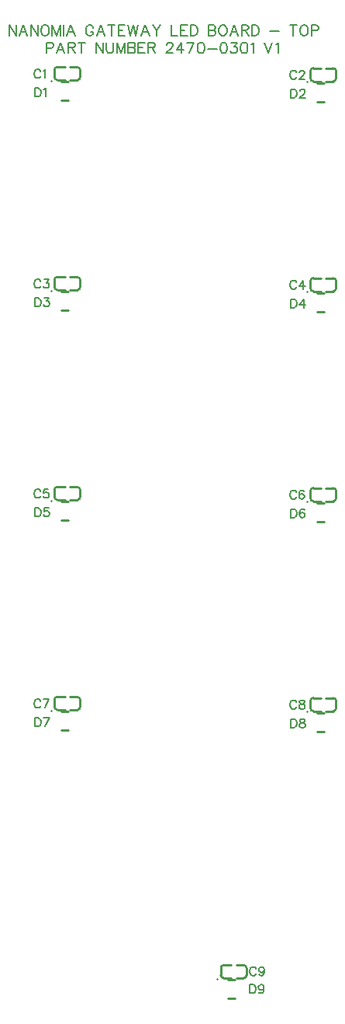
<source format=gto>
G04 Layer: TopSilkscreenLayer*
G04 EasyEDA v6.5.29, 2023-07-19 21:52:00*
G04 a52da41988e34a0299b0951248bc5a60,5a6b42c53f6a479593ecc07194224c93,10*
G04 Gerber Generator version 0.2*
G04 Scale: 100 percent, Rotated: No, Reflected: No *
G04 Dimensions in millimeters *
G04 leading zeros omitted , absolute positions ,4 integer and 5 decimal *
%FSLAX45Y45*%
%MOMM*%

%ADD10C,0.2032*%
%ADD11C,0.1524*%
%ADD12C,0.2540*%

%LPD*%
D10*
X342900Y11843258D02*
G01*
X342900Y11728704D01*
X342900Y11843258D02*
G01*
X419354Y11728704D01*
X419354Y11843258D02*
G01*
X419354Y11728704D01*
X498855Y11843258D02*
G01*
X455168Y11728704D01*
X498855Y11843258D02*
G01*
X542544Y11728704D01*
X471678Y11766804D02*
G01*
X526287Y11766804D01*
X578612Y11843258D02*
G01*
X578612Y11728704D01*
X578612Y11843258D02*
G01*
X654812Y11728704D01*
X654812Y11843258D02*
G01*
X654812Y11728704D01*
X723645Y11843258D02*
G01*
X712724Y11837670D01*
X701802Y11826747D01*
X696468Y11815826D01*
X690879Y11799570D01*
X690879Y11772392D01*
X696468Y11755881D01*
X701802Y11744960D01*
X712724Y11734037D01*
X723645Y11728704D01*
X745490Y11728704D01*
X756411Y11734037D01*
X767334Y11744960D01*
X772668Y11755881D01*
X778256Y11772392D01*
X778256Y11799570D01*
X772668Y11815826D01*
X767334Y11826747D01*
X756411Y11837670D01*
X745490Y11843258D01*
X723645Y11843258D01*
X814070Y11843258D02*
G01*
X814070Y11728704D01*
X814070Y11843258D02*
G01*
X857758Y11728704D01*
X901445Y11843258D02*
G01*
X857758Y11728704D01*
X901445Y11843258D02*
G01*
X901445Y11728704D01*
X937513Y11843258D02*
G01*
X937513Y11728704D01*
X1017015Y11843258D02*
G01*
X973327Y11728704D01*
X1017015Y11843258D02*
G01*
X1060704Y11728704D01*
X989838Y11766804D02*
G01*
X1044447Y11766804D01*
X1262634Y11815826D02*
G01*
X1257045Y11826747D01*
X1246124Y11837670D01*
X1235202Y11843258D01*
X1213358Y11843258D01*
X1202436Y11837670D01*
X1191513Y11826747D01*
X1186179Y11815826D01*
X1180591Y11799570D01*
X1180591Y11772392D01*
X1186179Y11755881D01*
X1191513Y11744960D01*
X1202436Y11734037D01*
X1213358Y11728704D01*
X1235202Y11728704D01*
X1246124Y11734037D01*
X1257045Y11744960D01*
X1262634Y11755881D01*
X1262634Y11772392D01*
X1235202Y11772392D02*
G01*
X1262634Y11772392D01*
X1342136Y11843258D02*
G01*
X1298447Y11728704D01*
X1342136Y11843258D02*
G01*
X1385824Y11728704D01*
X1314958Y11766804D02*
G01*
X1369568Y11766804D01*
X1459991Y11843258D02*
G01*
X1459991Y11728704D01*
X1421891Y11843258D02*
G01*
X1498091Y11843258D01*
X1534159Y11843258D02*
G01*
X1534159Y11728704D01*
X1534159Y11843258D02*
G01*
X1605025Y11843258D01*
X1534159Y11788647D02*
G01*
X1577847Y11788647D01*
X1534159Y11728704D02*
G01*
X1605025Y11728704D01*
X1641093Y11843258D02*
G01*
X1668272Y11728704D01*
X1695704Y11843258D02*
G01*
X1668272Y11728704D01*
X1695704Y11843258D02*
G01*
X1722881Y11728704D01*
X1750059Y11843258D02*
G01*
X1722881Y11728704D01*
X1829815Y11843258D02*
G01*
X1786127Y11728704D01*
X1829815Y11843258D02*
G01*
X1873504Y11728704D01*
X1802638Y11766804D02*
G01*
X1856993Y11766804D01*
X1909318Y11843258D02*
G01*
X1953006Y11788647D01*
X1953006Y11728704D01*
X1996693Y11843258D02*
G01*
X1953006Y11788647D01*
X2116836Y11843258D02*
G01*
X2116836Y11728704D01*
X2116836Y11728704D02*
G01*
X2182113Y11728704D01*
X2218181Y11843258D02*
G01*
X2218181Y11728704D01*
X2218181Y11843258D02*
G01*
X2289047Y11843258D01*
X2218181Y11788647D02*
G01*
X2261870Y11788647D01*
X2218181Y11728704D02*
G01*
X2289047Y11728704D01*
X2325115Y11843258D02*
G01*
X2325115Y11728704D01*
X2325115Y11843258D02*
G01*
X2363215Y11843258D01*
X2379725Y11837670D01*
X2390647Y11826747D01*
X2395981Y11815826D01*
X2401315Y11799570D01*
X2401315Y11772392D01*
X2395981Y11755881D01*
X2390647Y11744960D01*
X2379725Y11734037D01*
X2363215Y11728704D01*
X2325115Y11728704D01*
X2521458Y11843258D02*
G01*
X2521458Y11728704D01*
X2521458Y11843258D02*
G01*
X2570479Y11843258D01*
X2586990Y11837670D01*
X2592324Y11832336D01*
X2597911Y11821413D01*
X2597911Y11810492D01*
X2592324Y11799570D01*
X2586990Y11793981D01*
X2570479Y11788647D01*
X2521458Y11788647D02*
G01*
X2570479Y11788647D01*
X2586990Y11783313D01*
X2592324Y11777726D01*
X2597911Y11766804D01*
X2597911Y11750547D01*
X2592324Y11739626D01*
X2586990Y11734037D01*
X2570479Y11728704D01*
X2521458Y11728704D01*
X2666491Y11843258D02*
G01*
X2655570Y11837670D01*
X2644647Y11826747D01*
X2639313Y11815826D01*
X2633725Y11799570D01*
X2633725Y11772392D01*
X2639313Y11755881D01*
X2644647Y11744960D01*
X2655570Y11734037D01*
X2666491Y11728704D01*
X2688336Y11728704D01*
X2699258Y11734037D01*
X2710179Y11744960D01*
X2715513Y11755881D01*
X2721102Y11772392D01*
X2721102Y11799570D01*
X2715513Y11815826D01*
X2710179Y11826747D01*
X2699258Y11837670D01*
X2688336Y11843258D01*
X2666491Y11843258D01*
X2800604Y11843258D02*
G01*
X2757170Y11728704D01*
X2800604Y11843258D02*
G01*
X2844291Y11728704D01*
X2773425Y11766804D02*
G01*
X2828036Y11766804D01*
X2880359Y11843258D02*
G01*
X2880359Y11728704D01*
X2880359Y11843258D02*
G01*
X2929381Y11843258D01*
X2945891Y11837670D01*
X2951225Y11832336D01*
X2956813Y11821413D01*
X2956813Y11810492D01*
X2951225Y11799570D01*
X2945891Y11793981D01*
X2929381Y11788647D01*
X2880359Y11788647D01*
X2918459Y11788647D02*
G01*
X2956813Y11728704D01*
X2992627Y11843258D02*
G01*
X2992627Y11728704D01*
X2992627Y11843258D02*
G01*
X3030981Y11843258D01*
X3047238Y11837670D01*
X3058159Y11826747D01*
X3063747Y11815826D01*
X3069081Y11799570D01*
X3069081Y11772392D01*
X3063747Y11755881D01*
X3058159Y11744960D01*
X3047238Y11734037D01*
X3030981Y11728704D01*
X2992627Y11728704D01*
X3188970Y11777726D02*
G01*
X3287268Y11777726D01*
X3445509Y11843258D02*
G01*
X3445509Y11728704D01*
X3407156Y11843258D02*
G01*
X3483609Y11843258D01*
X3552443Y11843258D02*
G01*
X3541522Y11837670D01*
X3530600Y11826747D01*
X3525011Y11815826D01*
X3519677Y11799570D01*
X3519677Y11772392D01*
X3525011Y11755881D01*
X3530600Y11744960D01*
X3541522Y11734037D01*
X3552443Y11728704D01*
X3574288Y11728704D01*
X3584956Y11734037D01*
X3595877Y11744960D01*
X3601465Y11755881D01*
X3606800Y11772392D01*
X3606800Y11799570D01*
X3601465Y11815826D01*
X3595877Y11826747D01*
X3584956Y11837670D01*
X3574288Y11843258D01*
X3552443Y11843258D01*
X3642868Y11843258D02*
G01*
X3642868Y11728704D01*
X3642868Y11843258D02*
G01*
X3691890Y11843258D01*
X3708400Y11837670D01*
X3713734Y11832336D01*
X3719322Y11821413D01*
X3719322Y11804904D01*
X3713734Y11793981D01*
X3708400Y11788647D01*
X3691890Y11783313D01*
X3642868Y11783313D01*
X749300Y11652758D02*
G01*
X749300Y11538204D01*
X749300Y11652758D02*
G01*
X798322Y11652758D01*
X814831Y11647170D01*
X820165Y11641836D01*
X825754Y11630913D01*
X825754Y11614404D01*
X820165Y11603481D01*
X814831Y11598147D01*
X798322Y11592813D01*
X749300Y11592813D01*
X905256Y11652758D02*
G01*
X861568Y11538204D01*
X905256Y11652758D02*
G01*
X948943Y11538204D01*
X878077Y11576304D02*
G01*
X932688Y11576304D01*
X985011Y11652758D02*
G01*
X985011Y11538204D01*
X985011Y11652758D02*
G01*
X1034034Y11652758D01*
X1050290Y11647170D01*
X1055877Y11641836D01*
X1061211Y11630913D01*
X1061211Y11619992D01*
X1055877Y11609070D01*
X1050290Y11603481D01*
X1034034Y11598147D01*
X985011Y11598147D01*
X1023111Y11598147D02*
G01*
X1061211Y11538204D01*
X1135379Y11652758D02*
G01*
X1135379Y11538204D01*
X1097279Y11652758D02*
G01*
X1173734Y11652758D01*
X1293622Y11652758D02*
G01*
X1293622Y11538204D01*
X1293622Y11652758D02*
G01*
X1370075Y11538204D01*
X1370075Y11652758D02*
G01*
X1370075Y11538204D01*
X1406143Y11652758D02*
G01*
X1406143Y11570970D01*
X1411477Y11554460D01*
X1422400Y11543537D01*
X1438656Y11538204D01*
X1449577Y11538204D01*
X1466088Y11543537D01*
X1477009Y11554460D01*
X1482343Y11570970D01*
X1482343Y11652758D01*
X1518411Y11652758D02*
G01*
X1518411Y11538204D01*
X1518411Y11652758D02*
G01*
X1562100Y11538204D01*
X1605788Y11652758D02*
G01*
X1562100Y11538204D01*
X1605788Y11652758D02*
G01*
X1605788Y11538204D01*
X1641602Y11652758D02*
G01*
X1641602Y11538204D01*
X1641602Y11652758D02*
G01*
X1690877Y11652758D01*
X1707134Y11647170D01*
X1712468Y11641836D01*
X1718056Y11630913D01*
X1718056Y11619992D01*
X1712468Y11609070D01*
X1707134Y11603481D01*
X1690877Y11598147D01*
X1641602Y11598147D02*
G01*
X1690877Y11598147D01*
X1707134Y11592813D01*
X1712468Y11587226D01*
X1718056Y11576304D01*
X1718056Y11560047D01*
X1712468Y11549126D01*
X1707134Y11543537D01*
X1690877Y11538204D01*
X1641602Y11538204D01*
X1754124Y11652758D02*
G01*
X1754124Y11538204D01*
X1754124Y11652758D02*
G01*
X1824990Y11652758D01*
X1754124Y11598147D02*
G01*
X1797558Y11598147D01*
X1754124Y11538204D02*
G01*
X1824990Y11538204D01*
X1861058Y11652758D02*
G01*
X1861058Y11538204D01*
X1861058Y11652758D02*
G01*
X1910079Y11652758D01*
X1926336Y11647170D01*
X1931924Y11641836D01*
X1937258Y11630913D01*
X1937258Y11619992D01*
X1931924Y11609070D01*
X1926336Y11603481D01*
X1910079Y11598147D01*
X1861058Y11598147D01*
X1899158Y11598147D02*
G01*
X1937258Y11538204D01*
X2062734Y11625326D02*
G01*
X2062734Y11630913D01*
X2068322Y11641836D01*
X2073656Y11647170D01*
X2084577Y11652758D01*
X2106422Y11652758D01*
X2117343Y11647170D01*
X2122677Y11641836D01*
X2128265Y11630913D01*
X2128265Y11619992D01*
X2122677Y11609070D01*
X2111756Y11592813D01*
X2057400Y11538204D01*
X2133600Y11538204D01*
X2224277Y11652758D02*
G01*
X2169668Y11576304D01*
X2251456Y11576304D01*
X2224277Y11652758D02*
G01*
X2224277Y11538204D01*
X2363724Y11652758D02*
G01*
X2309368Y11538204D01*
X2287524Y11652758D02*
G01*
X2363724Y11652758D01*
X2432558Y11652758D02*
G01*
X2416302Y11647170D01*
X2405379Y11630913D01*
X2399791Y11603481D01*
X2399791Y11587226D01*
X2405379Y11560047D01*
X2416302Y11543537D01*
X2432558Y11538204D01*
X2443479Y11538204D01*
X2459736Y11543537D01*
X2470658Y11560047D01*
X2476245Y11587226D01*
X2476245Y11603481D01*
X2470658Y11630913D01*
X2459736Y11647170D01*
X2443479Y11652758D01*
X2432558Y11652758D01*
X2512313Y11587226D02*
G01*
X2610358Y11587226D01*
X2679191Y11652758D02*
G01*
X2662681Y11647170D01*
X2651759Y11630913D01*
X2646425Y11603481D01*
X2646425Y11587226D01*
X2651759Y11560047D01*
X2662681Y11543537D01*
X2679191Y11538204D01*
X2690113Y11538204D01*
X2706370Y11543537D01*
X2717291Y11560047D01*
X2722625Y11587226D01*
X2722625Y11603481D01*
X2717291Y11630913D01*
X2706370Y11647170D01*
X2690113Y11652758D01*
X2679191Y11652758D01*
X2769615Y11652758D02*
G01*
X2829559Y11652758D01*
X2797047Y11609070D01*
X2813304Y11609070D01*
X2824225Y11603481D01*
X2829559Y11598147D01*
X2835147Y11581892D01*
X2835147Y11570970D01*
X2829559Y11554460D01*
X2818638Y11543537D01*
X2802381Y11538204D01*
X2786125Y11538204D01*
X2769615Y11543537D01*
X2764281Y11549126D01*
X2758693Y11560047D01*
X2903727Y11652758D02*
G01*
X2887472Y11647170D01*
X2876550Y11630913D01*
X2871215Y11603481D01*
X2871215Y11587226D01*
X2876550Y11560047D01*
X2887472Y11543537D01*
X2903727Y11538204D01*
X2914650Y11538204D01*
X2931159Y11543537D01*
X2942081Y11560047D01*
X2947415Y11587226D01*
X2947415Y11603481D01*
X2942081Y11630913D01*
X2931159Y11647170D01*
X2914650Y11652758D01*
X2903727Y11652758D01*
X2983484Y11630913D02*
G01*
X2994406Y11636247D01*
X3010661Y11652758D01*
X3010661Y11538204D01*
X3130804Y11652758D02*
G01*
X3174491Y11538204D01*
X3217925Y11652758D02*
G01*
X3174491Y11538204D01*
X3253993Y11630913D02*
G01*
X3264915Y11636247D01*
X3281172Y11652758D01*
X3281172Y11538204D01*
D11*
X3040024Y1564081D02*
G01*
X3035452Y1573225D01*
X3026308Y1582369D01*
X3017164Y1586687D01*
X2999130Y1586687D01*
X2989986Y1582369D01*
X2980842Y1573225D01*
X2976270Y1564081D01*
X2971698Y1550365D01*
X2971698Y1527759D01*
X2976270Y1514043D01*
X2980842Y1504899D01*
X2989986Y1496009D01*
X2999130Y1491437D01*
X3017164Y1491437D01*
X3026308Y1496009D01*
X3035452Y1504899D01*
X3040024Y1514043D01*
X3129178Y1554937D02*
G01*
X3124606Y1541475D01*
X3115462Y1532331D01*
X3101746Y1527759D01*
X3097174Y1527759D01*
X3083712Y1532331D01*
X3074568Y1541475D01*
X3069996Y1554937D01*
X3069996Y1559509D01*
X3074568Y1573225D01*
X3083712Y1582369D01*
X3097174Y1586687D01*
X3101746Y1586687D01*
X3115462Y1582369D01*
X3124606Y1573225D01*
X3129178Y1554937D01*
X3129178Y1532331D01*
X3124606Y1509471D01*
X3115462Y1496009D01*
X3101746Y1491437D01*
X3092602Y1491437D01*
X3079140Y1496009D01*
X3074568Y1504899D01*
X2971723Y1396390D02*
G01*
X2971723Y1300886D01*
X2971723Y1396390D02*
G01*
X3003727Y1396390D01*
X3017189Y1391818D01*
X3026333Y1382674D01*
X3030905Y1373530D01*
X3035477Y1360068D01*
X3035477Y1337208D01*
X3030905Y1323492D01*
X3026333Y1314602D01*
X3017189Y1305458D01*
X3003727Y1300886D01*
X2971723Y1300886D01*
X3124631Y1364386D02*
G01*
X3120059Y1350924D01*
X3110915Y1341780D01*
X3097199Y1337208D01*
X3092627Y1337208D01*
X3079165Y1341780D01*
X3070021Y1350924D01*
X3065449Y1364386D01*
X3065449Y1368958D01*
X3070021Y1382674D01*
X3079165Y1391818D01*
X3092627Y1396390D01*
X3097199Y1396390D01*
X3110915Y1391818D01*
X3120059Y1382674D01*
X3124631Y1364386D01*
X3124631Y1341780D01*
X3120059Y1318920D01*
X3110915Y1305458D01*
X3097199Y1300886D01*
X3088055Y1300886D01*
X3074593Y1305458D01*
X3070021Y1314602D01*
X3479291Y11326113D02*
G01*
X3474720Y11335258D01*
X3465575Y11344402D01*
X3456431Y11348720D01*
X3438397Y11348720D01*
X3429254Y11344402D01*
X3420109Y11335258D01*
X3415538Y11326113D01*
X3410965Y11312397D01*
X3410965Y11289792D01*
X3415538Y11276076D01*
X3420109Y11266931D01*
X3429254Y11258042D01*
X3438397Y11253470D01*
X3456431Y11253470D01*
X3465575Y11258042D01*
X3474720Y11266931D01*
X3479291Y11276076D01*
X3513836Y11326113D02*
G01*
X3513836Y11330686D01*
X3518408Y11339829D01*
X3522979Y11344402D01*
X3531870Y11348720D01*
X3550158Y11348720D01*
X3559302Y11344402D01*
X3563874Y11339829D01*
X3568445Y11330686D01*
X3568445Y11321542D01*
X3563874Y11312397D01*
X3554729Y11298936D01*
X3509263Y11253470D01*
X3572763Y11253470D01*
X3418840Y11145774D02*
G01*
X3418840Y11050270D01*
X3418840Y11145774D02*
G01*
X3450843Y11145774D01*
X3464306Y11141202D01*
X3473450Y11132058D01*
X3478022Y11122913D01*
X3482593Y11109452D01*
X3482593Y11086592D01*
X3478022Y11072876D01*
X3473450Y11063986D01*
X3464306Y11054842D01*
X3450843Y11050270D01*
X3418840Y11050270D01*
X3517138Y11122913D02*
G01*
X3517138Y11127486D01*
X3521709Y11136629D01*
X3526281Y11141202D01*
X3535172Y11145774D01*
X3553459Y11145774D01*
X3562604Y11141202D01*
X3567175Y11136629D01*
X3571747Y11127486D01*
X3571747Y11118342D01*
X3567175Y11109452D01*
X3558031Y11095736D01*
X3512565Y11050270D01*
X3576065Y11050270D01*
X624839Y11158474D02*
G01*
X624839Y11062970D01*
X624839Y11158474D02*
G01*
X656844Y11158474D01*
X670306Y11153902D01*
X679450Y11144758D01*
X684022Y11135613D01*
X688593Y11122152D01*
X688593Y11099292D01*
X684022Y11085576D01*
X679450Y11076686D01*
X670306Y11067542D01*
X656844Y11062970D01*
X624839Y11062970D01*
X718565Y11140186D02*
G01*
X727709Y11144758D01*
X741172Y11158474D01*
X741172Y11062970D01*
X685291Y11338813D02*
G01*
X680720Y11347958D01*
X671575Y11357102D01*
X662431Y11361420D01*
X644397Y11361420D01*
X635254Y11357102D01*
X626110Y11347958D01*
X621537Y11338813D01*
X616965Y11325097D01*
X616965Y11302492D01*
X621537Y11288776D01*
X626110Y11279631D01*
X635254Y11270742D01*
X644397Y11266170D01*
X662431Y11266170D01*
X671575Y11270742D01*
X680720Y11279631D01*
X685291Y11288776D01*
X715263Y11343386D02*
G01*
X724408Y11347958D01*
X737870Y11361420D01*
X737870Y11266170D01*
X624839Y8872448D02*
G01*
X624839Y8776944D01*
X624839Y8872448D02*
G01*
X656844Y8872448D01*
X670306Y8867876D01*
X679450Y8858732D01*
X684022Y8849588D01*
X688593Y8836126D01*
X688593Y8813266D01*
X684022Y8799550D01*
X679450Y8790660D01*
X670306Y8781516D01*
X656844Y8776944D01*
X624839Y8776944D01*
X727709Y8872448D02*
G01*
X777747Y8872448D01*
X750315Y8836126D01*
X764031Y8836126D01*
X773175Y8831554D01*
X777747Y8826982D01*
X782065Y8813266D01*
X782065Y8804122D01*
X777747Y8790660D01*
X768604Y8781516D01*
X754888Y8776944D01*
X741172Y8776944D01*
X727709Y8781516D01*
X723138Y8786088D01*
X718565Y8795232D01*
X685291Y9052788D02*
G01*
X680720Y9061932D01*
X671575Y9071076D01*
X662431Y9075648D01*
X644397Y9075648D01*
X635254Y9071076D01*
X626110Y9061932D01*
X621537Y9052788D01*
X616965Y9039072D01*
X616965Y9016466D01*
X621537Y9002750D01*
X626110Y8993606D01*
X635254Y8984716D01*
X644397Y8980144D01*
X662431Y8980144D01*
X671575Y8984716D01*
X680720Y8993606D01*
X685291Y9002750D01*
X724408Y9075648D02*
G01*
X774445Y9075648D01*
X747013Y9039072D01*
X760729Y9039072D01*
X769874Y9034754D01*
X774445Y9030182D01*
X778763Y9016466D01*
X778763Y9007322D01*
X774445Y8993606D01*
X765302Y8984716D01*
X751586Y8980144D01*
X737870Y8980144D01*
X724408Y8984716D01*
X719836Y8989288D01*
X715263Y8998178D01*
X3418840Y8859748D02*
G01*
X3418840Y8764244D01*
X3418840Y8859748D02*
G01*
X3450843Y8859748D01*
X3464306Y8855176D01*
X3473450Y8846032D01*
X3478022Y8836888D01*
X3482593Y8823426D01*
X3482593Y8800566D01*
X3478022Y8786850D01*
X3473450Y8777960D01*
X3464306Y8768816D01*
X3450843Y8764244D01*
X3418840Y8764244D01*
X3558031Y8859748D02*
G01*
X3512565Y8795994D01*
X3580638Y8795994D01*
X3558031Y8859748D02*
G01*
X3558031Y8764244D01*
X3479291Y9040088D02*
G01*
X3474720Y9049232D01*
X3465575Y9058376D01*
X3456431Y9062948D01*
X3438397Y9062948D01*
X3429254Y9058376D01*
X3420109Y9049232D01*
X3415538Y9040088D01*
X3410965Y9026372D01*
X3410965Y9003766D01*
X3415538Y8990050D01*
X3420109Y8980906D01*
X3429254Y8972016D01*
X3438397Y8967444D01*
X3456431Y8967444D01*
X3465575Y8972016D01*
X3474720Y8980906D01*
X3479291Y8990050D01*
X3554729Y9062948D02*
G01*
X3509263Y8999194D01*
X3577336Y8999194D01*
X3554729Y9062948D02*
G01*
X3554729Y8967444D01*
X624839Y6586448D02*
G01*
X624839Y6490944D01*
X624839Y6586448D02*
G01*
X656844Y6586448D01*
X670306Y6581876D01*
X679450Y6572732D01*
X684022Y6563588D01*
X688593Y6550126D01*
X688593Y6527266D01*
X684022Y6513550D01*
X679450Y6504660D01*
X670306Y6495516D01*
X656844Y6490944D01*
X624839Y6490944D01*
X773175Y6586448D02*
G01*
X727709Y6586448D01*
X723138Y6545554D01*
X727709Y6550126D01*
X741172Y6554698D01*
X754888Y6554698D01*
X768604Y6550126D01*
X777747Y6540982D01*
X782065Y6527266D01*
X782065Y6518122D01*
X777747Y6504660D01*
X768604Y6495516D01*
X754888Y6490944D01*
X741172Y6490944D01*
X727709Y6495516D01*
X723138Y6500088D01*
X718565Y6509232D01*
X685291Y6766788D02*
G01*
X680720Y6775932D01*
X671575Y6785076D01*
X662431Y6789648D01*
X644397Y6789648D01*
X635254Y6785076D01*
X626110Y6775932D01*
X621537Y6766788D01*
X616965Y6753072D01*
X616965Y6730466D01*
X621537Y6716750D01*
X626110Y6707606D01*
X635254Y6698716D01*
X644397Y6694144D01*
X662431Y6694144D01*
X671575Y6698716D01*
X680720Y6707606D01*
X685291Y6716750D01*
X769874Y6789648D02*
G01*
X724408Y6789648D01*
X719836Y6748754D01*
X724408Y6753072D01*
X737870Y6757644D01*
X751586Y6757644D01*
X765302Y6753072D01*
X774445Y6744182D01*
X778763Y6730466D01*
X778763Y6721322D01*
X774445Y6707606D01*
X765302Y6698716D01*
X751586Y6694144D01*
X737870Y6694144D01*
X724408Y6698716D01*
X719836Y6703288D01*
X715263Y6712178D01*
X3418840Y6573748D02*
G01*
X3418840Y6478244D01*
X3418840Y6573748D02*
G01*
X3450843Y6573748D01*
X3464306Y6569176D01*
X3473450Y6560032D01*
X3478022Y6550888D01*
X3482593Y6537426D01*
X3482593Y6514566D01*
X3478022Y6500850D01*
X3473450Y6491960D01*
X3464306Y6482816D01*
X3450843Y6478244D01*
X3418840Y6478244D01*
X3567175Y6560032D02*
G01*
X3562604Y6569176D01*
X3548888Y6573748D01*
X3539743Y6573748D01*
X3526281Y6569176D01*
X3517138Y6555460D01*
X3512565Y6532854D01*
X3512565Y6509994D01*
X3517138Y6491960D01*
X3526281Y6482816D01*
X3539743Y6478244D01*
X3544315Y6478244D01*
X3558031Y6482816D01*
X3567175Y6491960D01*
X3571747Y6505422D01*
X3571747Y6509994D01*
X3567175Y6523710D01*
X3558031Y6532854D01*
X3544315Y6537426D01*
X3539743Y6537426D01*
X3526281Y6532854D01*
X3517138Y6523710D01*
X3512565Y6509994D01*
X3479291Y6754088D02*
G01*
X3474720Y6763232D01*
X3465575Y6772376D01*
X3456431Y6776948D01*
X3438397Y6776948D01*
X3429254Y6772376D01*
X3420109Y6763232D01*
X3415538Y6754088D01*
X3410965Y6740372D01*
X3410965Y6717766D01*
X3415538Y6704050D01*
X3420109Y6694906D01*
X3429254Y6686016D01*
X3438397Y6681444D01*
X3456431Y6681444D01*
X3465575Y6686016D01*
X3474720Y6694906D01*
X3479291Y6704050D01*
X3563874Y6763232D02*
G01*
X3559302Y6772376D01*
X3545586Y6776948D01*
X3536441Y6776948D01*
X3522979Y6772376D01*
X3513836Y6758660D01*
X3509263Y6736054D01*
X3509263Y6713194D01*
X3513836Y6694906D01*
X3522979Y6686016D01*
X3536441Y6681444D01*
X3541013Y6681444D01*
X3554729Y6686016D01*
X3563874Y6694906D01*
X3568445Y6708622D01*
X3568445Y6713194D01*
X3563874Y6726910D01*
X3554729Y6736054D01*
X3541013Y6740372D01*
X3536441Y6740372D01*
X3522979Y6736054D01*
X3513836Y6726910D01*
X3509263Y6713194D01*
X624839Y4300448D02*
G01*
X624839Y4204944D01*
X624839Y4300448D02*
G01*
X656844Y4300448D01*
X670306Y4295876D01*
X679450Y4286732D01*
X684022Y4277588D01*
X688593Y4264126D01*
X688593Y4241266D01*
X684022Y4227550D01*
X679450Y4218660D01*
X670306Y4209516D01*
X656844Y4204944D01*
X624839Y4204944D01*
X782065Y4300448D02*
G01*
X736854Y4204944D01*
X718565Y4300448D02*
G01*
X782065Y4300448D01*
X685291Y4480788D02*
G01*
X680720Y4489932D01*
X671575Y4499076D01*
X662431Y4503648D01*
X644397Y4503648D01*
X635254Y4499076D01*
X626110Y4489932D01*
X621537Y4480788D01*
X616965Y4467072D01*
X616965Y4444466D01*
X621537Y4430750D01*
X626110Y4421606D01*
X635254Y4412716D01*
X644397Y4408144D01*
X662431Y4408144D01*
X671575Y4412716D01*
X680720Y4421606D01*
X685291Y4430750D01*
X778763Y4503648D02*
G01*
X733552Y4408144D01*
X715263Y4503648D02*
G01*
X778763Y4503648D01*
X3418840Y4287748D02*
G01*
X3418840Y4192244D01*
X3418840Y4287748D02*
G01*
X3450843Y4287748D01*
X3464306Y4283176D01*
X3473450Y4274032D01*
X3478022Y4264888D01*
X3482593Y4251426D01*
X3482593Y4228566D01*
X3478022Y4214850D01*
X3473450Y4205960D01*
X3464306Y4196816D01*
X3450843Y4192244D01*
X3418840Y4192244D01*
X3535172Y4287748D02*
G01*
X3521709Y4283176D01*
X3517138Y4274032D01*
X3517138Y4264888D01*
X3521709Y4255998D01*
X3530854Y4251426D01*
X3548888Y4246854D01*
X3562604Y4242282D01*
X3571747Y4233138D01*
X3576065Y4223994D01*
X3576065Y4210532D01*
X3571747Y4201388D01*
X3567175Y4196816D01*
X3553459Y4192244D01*
X3535172Y4192244D01*
X3521709Y4196816D01*
X3517138Y4201388D01*
X3512565Y4210532D01*
X3512565Y4223994D01*
X3517138Y4233138D01*
X3526281Y4242282D01*
X3539743Y4246854D01*
X3558031Y4251426D01*
X3567175Y4255998D01*
X3571747Y4264888D01*
X3571747Y4274032D01*
X3567175Y4283176D01*
X3553459Y4287748D01*
X3535172Y4287748D01*
X3479291Y4468088D02*
G01*
X3474720Y4477232D01*
X3465575Y4486376D01*
X3456431Y4490948D01*
X3438397Y4490948D01*
X3429254Y4486376D01*
X3420109Y4477232D01*
X3415538Y4468088D01*
X3410965Y4454372D01*
X3410965Y4431766D01*
X3415538Y4418050D01*
X3420109Y4408906D01*
X3429254Y4400016D01*
X3438397Y4395444D01*
X3456431Y4395444D01*
X3465575Y4400016D01*
X3474720Y4408906D01*
X3479291Y4418050D01*
X3531870Y4490948D02*
G01*
X3518408Y4486376D01*
X3513836Y4477232D01*
X3513836Y4468088D01*
X3518408Y4458944D01*
X3527552Y4454372D01*
X3545586Y4450054D01*
X3559302Y4445482D01*
X3568445Y4436338D01*
X3572763Y4427194D01*
X3572763Y4413478D01*
X3568445Y4404588D01*
X3563874Y4400016D01*
X3550158Y4395444D01*
X3531870Y4395444D01*
X3518408Y4400016D01*
X3513836Y4404588D01*
X3509263Y4413478D01*
X3509263Y4427194D01*
X3513836Y4436338D01*
X3522979Y4445482D01*
X3536441Y4450054D01*
X3554729Y4454372D01*
X3563874Y4458944D01*
X3568445Y4468088D01*
X3568445Y4477232D01*
X3563874Y4486376D01*
X3550158Y4490948D01*
X3531870Y4490948D01*
D12*
X2654998Y1496722D02*
G01*
X2654998Y1576725D01*
X2765973Y1465737D02*
G01*
X2685976Y1465737D01*
X2765973Y1607703D02*
G01*
X2685976Y1607703D01*
X2823563Y1465155D02*
G01*
X2903562Y1465155D01*
X2934545Y1496138D02*
G01*
X2934545Y1576136D01*
X2823563Y1607116D02*
G01*
X2903562Y1607116D01*
X2616194Y1460507D02*
G01*
X2616194Y1459323D01*
X2732051Y1244607D02*
G01*
X2805145Y1244607D01*
X2732051Y1447807D02*
G01*
X2805140Y1447807D01*
X3632898Y11263022D02*
G01*
X3632898Y11343025D01*
X3743873Y11232037D02*
G01*
X3663876Y11232037D01*
X3743873Y11374003D02*
G01*
X3663876Y11374003D01*
X3801463Y11231455D02*
G01*
X3881462Y11231455D01*
X3912445Y11262438D02*
G01*
X3912445Y11342436D01*
X3801463Y11373416D02*
G01*
X3881462Y11373416D01*
X3594094Y11226807D02*
G01*
X3594094Y11225623D01*
X3709951Y11010907D02*
G01*
X3783045Y11010907D01*
X3709951Y11214107D02*
G01*
X3783040Y11214107D01*
X800094Y11239507D02*
G01*
X800094Y11238323D01*
X915951Y11023607D02*
G01*
X989045Y11023607D01*
X915951Y11226807D02*
G01*
X989040Y11226807D01*
X838898Y11275722D02*
G01*
X838898Y11355725D01*
X949873Y11244737D02*
G01*
X869876Y11244737D01*
X949873Y11386703D02*
G01*
X869876Y11386703D01*
X1007463Y11244155D02*
G01*
X1087462Y11244155D01*
X1118445Y11275138D02*
G01*
X1118445Y11355136D01*
X1007463Y11386116D02*
G01*
X1087462Y11386116D01*
X800094Y8953507D02*
G01*
X800094Y8952323D01*
X915951Y8737607D02*
G01*
X989045Y8737607D01*
X915951Y8940807D02*
G01*
X989040Y8940807D01*
X838898Y8989722D02*
G01*
X838898Y9069725D01*
X949873Y8958737D02*
G01*
X869876Y8958737D01*
X949873Y9100703D02*
G01*
X869876Y9100703D01*
X1007463Y8958155D02*
G01*
X1087462Y8958155D01*
X1118445Y8989138D02*
G01*
X1118445Y9069136D01*
X1007463Y9100116D02*
G01*
X1087462Y9100116D01*
X3594094Y8940807D02*
G01*
X3594094Y8939623D01*
X3709951Y8724907D02*
G01*
X3783045Y8724907D01*
X3709951Y8928107D02*
G01*
X3783040Y8928107D01*
X3632898Y8977022D02*
G01*
X3632898Y9057025D01*
X3743873Y8946037D02*
G01*
X3663876Y8946037D01*
X3743873Y9088003D02*
G01*
X3663876Y9088003D01*
X3801463Y8945455D02*
G01*
X3881462Y8945455D01*
X3912445Y8976438D02*
G01*
X3912445Y9056436D01*
X3801463Y9087416D02*
G01*
X3881462Y9087416D01*
X800094Y6667507D02*
G01*
X800094Y6666323D01*
X915951Y6451607D02*
G01*
X989045Y6451607D01*
X915951Y6654807D02*
G01*
X989040Y6654807D01*
X838898Y6703722D02*
G01*
X838898Y6783725D01*
X949873Y6672737D02*
G01*
X869876Y6672737D01*
X949873Y6814703D02*
G01*
X869876Y6814703D01*
X1007463Y6672155D02*
G01*
X1087462Y6672155D01*
X1118445Y6703138D02*
G01*
X1118445Y6783136D01*
X1007463Y6814116D02*
G01*
X1087462Y6814116D01*
X3594094Y6654807D02*
G01*
X3594094Y6653623D01*
X3709951Y6438907D02*
G01*
X3783045Y6438907D01*
X3709951Y6642107D02*
G01*
X3783040Y6642107D01*
X3632898Y6691022D02*
G01*
X3632898Y6771025D01*
X3743873Y6660037D02*
G01*
X3663876Y6660037D01*
X3743873Y6802003D02*
G01*
X3663876Y6802003D01*
X3801463Y6659455D02*
G01*
X3881462Y6659455D01*
X3912445Y6690438D02*
G01*
X3912445Y6770436D01*
X3801463Y6801416D02*
G01*
X3881462Y6801416D01*
X800094Y4381507D02*
G01*
X800094Y4380323D01*
X915951Y4165607D02*
G01*
X989045Y4165607D01*
X915951Y4368807D02*
G01*
X989040Y4368807D01*
X838898Y4417722D02*
G01*
X838898Y4497725D01*
X949873Y4386737D02*
G01*
X869876Y4386737D01*
X949873Y4528703D02*
G01*
X869876Y4528703D01*
X1007463Y4386155D02*
G01*
X1087462Y4386155D01*
X1118445Y4417138D02*
G01*
X1118445Y4497136D01*
X1007463Y4528116D02*
G01*
X1087462Y4528116D01*
X3594094Y4368807D02*
G01*
X3594094Y4367623D01*
X3709951Y4152907D02*
G01*
X3783045Y4152907D01*
X3709951Y4356107D02*
G01*
X3783040Y4356107D01*
X3632898Y4405022D02*
G01*
X3632898Y4485025D01*
X3743873Y4374037D02*
G01*
X3663876Y4374037D01*
X3743873Y4516003D02*
G01*
X3663876Y4516003D01*
X3801463Y4373455D02*
G01*
X3881462Y4373455D01*
X3912445Y4404438D02*
G01*
X3912445Y4484436D01*
X3801463Y4515416D02*
G01*
X3881462Y4515416D01*
G75*
G01*
X2934551Y1496139D02*
G02*
X2903568Y1465156I-30983J0D01*
G75*
G01*
X2903568Y1607122D02*
G02*
X2934551Y1576136I0J-30983D01*
G75*
G01*
X2685981Y1465737D02*
G02*
X2654999Y1496723I0J30983D01*
G75*
G01*
X2654999Y1576720D02*
G02*
X2685981Y1607703I30982J0D01*
G75*
G01*
X3912451Y11262439D02*
G02*
X3881468Y11231456I-30983J0D01*
G75*
G01*
X3881468Y11373422D02*
G02*
X3912451Y11342436I0J-30983D01*
G75*
G01*
X3663881Y11232037D02*
G02*
X3632899Y11263023I0J30983D01*
G75*
G01*
X3632899Y11343020D02*
G02*
X3663881Y11374003I30982J0D01*
G75*
G01*
X1118451Y11275139D02*
G02*
X1087468Y11244156I-30983J0D01*
G75*
G01*
X1087468Y11386122D02*
G02*
X1118451Y11355136I0J-30983D01*
G75*
G01*
X869881Y11244737D02*
G02*
X838899Y11275723I0J30983D01*
G75*
G01*
X838899Y11355720D02*
G02*
X869881Y11386703I30982J0D01*
G75*
G01*
X1118451Y8989139D02*
G02*
X1087468Y8958156I-30983J0D01*
G75*
G01*
X1087468Y9100122D02*
G02*
X1118451Y9069136I0J-30983D01*
G75*
G01*
X869881Y8958737D02*
G02*
X838899Y8989723I0J30983D01*
G75*
G01*
X838899Y9069720D02*
G02*
X869881Y9100703I30982J0D01*
G75*
G01*
X3912451Y8976439D02*
G02*
X3881468Y8945456I-30983J0D01*
G75*
G01*
X3881468Y9087422D02*
G02*
X3912451Y9056436I0J-30983D01*
G75*
G01*
X3663881Y8946037D02*
G02*
X3632899Y8977023I0J30983D01*
G75*
G01*
X3632899Y9057020D02*
G02*
X3663881Y9088003I30982J0D01*
G75*
G01*
X1118451Y6703139D02*
G02*
X1087468Y6672156I-30983J0D01*
G75*
G01*
X1087468Y6814122D02*
G02*
X1118451Y6783136I0J-30983D01*
G75*
G01*
X869881Y6672737D02*
G02*
X838899Y6703723I0J30983D01*
G75*
G01*
X838899Y6783720D02*
G02*
X869881Y6814703I30982J0D01*
G75*
G01*
X3912451Y6690439D02*
G02*
X3881468Y6659456I-30983J0D01*
G75*
G01*
X3881468Y6801422D02*
G02*
X3912451Y6770436I0J-30983D01*
G75*
G01*
X3663881Y6660037D02*
G02*
X3632899Y6691023I0J30983D01*
G75*
G01*
X3632899Y6771020D02*
G02*
X3663881Y6802003I30982J0D01*
G75*
G01*
X1118451Y4417139D02*
G02*
X1087468Y4386156I-30983J0D01*
G75*
G01*
X1087468Y4528122D02*
G02*
X1118451Y4497136I0J-30983D01*
G75*
G01*
X869881Y4386737D02*
G02*
X838899Y4417723I0J30983D01*
G75*
G01*
X838899Y4497720D02*
G02*
X869881Y4528703I30982J0D01*
G75*
G01*
X3912451Y4404439D02*
G02*
X3881468Y4373456I-30983J0D01*
G75*
G01*
X3881468Y4515422D02*
G02*
X3912451Y4484436I0J-30983D01*
G75*
G01*
X3663881Y4374037D02*
G02*
X3632899Y4405023I0J30983D01*
G75*
G01*
X3632899Y4485020D02*
G02*
X3663881Y4516003I30982J0D01*
M02*

</source>
